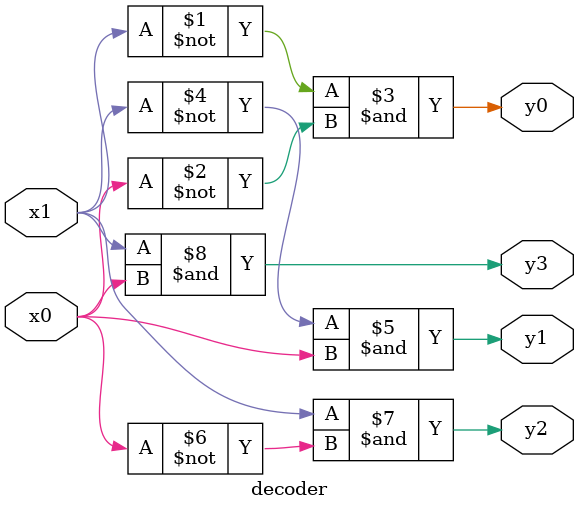
<source format=v>
module decoder(input x1,x0,output y0,y1,y2,y3);
  assign y0=~x1 & ~x0;
  assign y1=~x1 & x0;
  assign y2=x1 & ~x0;
  assign y3=x1 & x0;
endmodule

</source>
